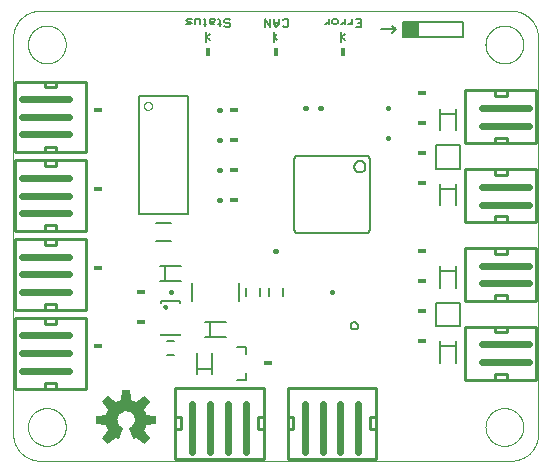
<source format=gto>
G75*
%MOIN*%
%OFA0B0*%
%FSLAX25Y25*%
%IPPOS*%
%LPD*%
%AMOC8*
5,1,8,0,0,1.08239X$1,22.5*
%
%ADD10C,0.00000*%
%ADD11C,0.00500*%
%ADD12R,0.02800X0.01600*%
%ADD13C,0.00600*%
%ADD14C,0.01600*%
%ADD15C,0.00800*%
%ADD16R,0.01600X0.02800*%
%ADD17C,0.01200*%
%ADD18C,0.01000*%
%ADD19C,0.02400*%
%ADD20C,0.00400*%
%ADD21C,0.00300*%
D10*
X0079000Y0097500D02*
X0236000Y0097500D01*
X0236217Y0097503D01*
X0236435Y0097511D01*
X0236652Y0097524D01*
X0236869Y0097542D01*
X0237085Y0097566D01*
X0237300Y0097594D01*
X0237515Y0097628D01*
X0237729Y0097668D01*
X0237942Y0097712D01*
X0238154Y0097762D01*
X0238364Y0097816D01*
X0238574Y0097876D01*
X0238781Y0097940D01*
X0238987Y0098010D01*
X0239191Y0098085D01*
X0239394Y0098164D01*
X0239594Y0098249D01*
X0239793Y0098338D01*
X0239989Y0098432D01*
X0240183Y0098531D01*
X0240374Y0098634D01*
X0240563Y0098742D01*
X0240749Y0098855D01*
X0240932Y0098972D01*
X0241113Y0099093D01*
X0241290Y0099219D01*
X0241464Y0099349D01*
X0241636Y0099483D01*
X0241804Y0099621D01*
X0241968Y0099763D01*
X0242129Y0099910D01*
X0242287Y0100060D01*
X0242440Y0100213D01*
X0242590Y0100371D01*
X0242737Y0100532D01*
X0242879Y0100696D01*
X0243017Y0100864D01*
X0243151Y0101036D01*
X0243281Y0101210D01*
X0243407Y0101387D01*
X0243528Y0101568D01*
X0243645Y0101751D01*
X0243758Y0101937D01*
X0243866Y0102126D01*
X0243969Y0102317D01*
X0244068Y0102511D01*
X0244162Y0102707D01*
X0244251Y0102906D01*
X0244336Y0103106D01*
X0244415Y0103309D01*
X0244490Y0103513D01*
X0244560Y0103719D01*
X0244624Y0103926D01*
X0244684Y0104136D01*
X0244738Y0104346D01*
X0244788Y0104558D01*
X0244832Y0104771D01*
X0244872Y0104985D01*
X0244906Y0105200D01*
X0244934Y0105415D01*
X0244958Y0105631D01*
X0244976Y0105848D01*
X0244989Y0106065D01*
X0244997Y0106283D01*
X0245000Y0106500D01*
X0245000Y0238500D01*
X0244997Y0238717D01*
X0244989Y0238935D01*
X0244976Y0239152D01*
X0244958Y0239369D01*
X0244934Y0239585D01*
X0244906Y0239800D01*
X0244872Y0240015D01*
X0244832Y0240229D01*
X0244788Y0240442D01*
X0244738Y0240654D01*
X0244684Y0240864D01*
X0244624Y0241074D01*
X0244560Y0241281D01*
X0244490Y0241487D01*
X0244415Y0241691D01*
X0244336Y0241894D01*
X0244251Y0242094D01*
X0244162Y0242293D01*
X0244068Y0242489D01*
X0243969Y0242683D01*
X0243866Y0242874D01*
X0243758Y0243063D01*
X0243645Y0243249D01*
X0243528Y0243432D01*
X0243407Y0243613D01*
X0243281Y0243790D01*
X0243151Y0243964D01*
X0243017Y0244136D01*
X0242879Y0244304D01*
X0242737Y0244468D01*
X0242590Y0244629D01*
X0242440Y0244787D01*
X0242287Y0244940D01*
X0242129Y0245090D01*
X0241968Y0245237D01*
X0241804Y0245379D01*
X0241636Y0245517D01*
X0241464Y0245651D01*
X0241290Y0245781D01*
X0241113Y0245907D01*
X0240932Y0246028D01*
X0240749Y0246145D01*
X0240563Y0246258D01*
X0240374Y0246366D01*
X0240183Y0246469D01*
X0239989Y0246568D01*
X0239793Y0246662D01*
X0239594Y0246751D01*
X0239394Y0246836D01*
X0239191Y0246915D01*
X0238987Y0246990D01*
X0238781Y0247060D01*
X0238574Y0247124D01*
X0238364Y0247184D01*
X0238154Y0247238D01*
X0237942Y0247288D01*
X0237729Y0247332D01*
X0237515Y0247372D01*
X0237300Y0247406D01*
X0237085Y0247434D01*
X0236869Y0247458D01*
X0236652Y0247476D01*
X0236435Y0247489D01*
X0236217Y0247497D01*
X0236000Y0247500D01*
X0079000Y0247500D01*
X0078783Y0247497D01*
X0078565Y0247489D01*
X0078348Y0247476D01*
X0078131Y0247458D01*
X0077915Y0247434D01*
X0077700Y0247406D01*
X0077485Y0247372D01*
X0077271Y0247332D01*
X0077058Y0247288D01*
X0076846Y0247238D01*
X0076636Y0247184D01*
X0076426Y0247124D01*
X0076219Y0247060D01*
X0076013Y0246990D01*
X0075809Y0246915D01*
X0075606Y0246836D01*
X0075406Y0246751D01*
X0075207Y0246662D01*
X0075011Y0246568D01*
X0074817Y0246469D01*
X0074626Y0246366D01*
X0074437Y0246258D01*
X0074251Y0246145D01*
X0074068Y0246028D01*
X0073887Y0245907D01*
X0073710Y0245781D01*
X0073536Y0245651D01*
X0073364Y0245517D01*
X0073196Y0245379D01*
X0073032Y0245237D01*
X0072871Y0245090D01*
X0072713Y0244940D01*
X0072560Y0244787D01*
X0072410Y0244629D01*
X0072263Y0244468D01*
X0072121Y0244304D01*
X0071983Y0244136D01*
X0071849Y0243964D01*
X0071719Y0243790D01*
X0071593Y0243613D01*
X0071472Y0243432D01*
X0071355Y0243249D01*
X0071242Y0243063D01*
X0071134Y0242874D01*
X0071031Y0242683D01*
X0070932Y0242489D01*
X0070838Y0242293D01*
X0070749Y0242094D01*
X0070664Y0241894D01*
X0070585Y0241691D01*
X0070510Y0241487D01*
X0070440Y0241281D01*
X0070376Y0241074D01*
X0070316Y0240864D01*
X0070262Y0240654D01*
X0070212Y0240442D01*
X0070168Y0240229D01*
X0070128Y0240015D01*
X0070094Y0239800D01*
X0070066Y0239585D01*
X0070042Y0239369D01*
X0070024Y0239152D01*
X0070011Y0238935D01*
X0070003Y0238717D01*
X0070000Y0238500D01*
X0070000Y0106500D01*
X0070003Y0106283D01*
X0070011Y0106065D01*
X0070024Y0105848D01*
X0070042Y0105631D01*
X0070066Y0105415D01*
X0070094Y0105200D01*
X0070128Y0104985D01*
X0070168Y0104771D01*
X0070212Y0104558D01*
X0070262Y0104346D01*
X0070316Y0104136D01*
X0070376Y0103926D01*
X0070440Y0103719D01*
X0070510Y0103513D01*
X0070585Y0103309D01*
X0070664Y0103106D01*
X0070749Y0102906D01*
X0070838Y0102707D01*
X0070932Y0102511D01*
X0071031Y0102317D01*
X0071134Y0102126D01*
X0071242Y0101937D01*
X0071355Y0101751D01*
X0071472Y0101568D01*
X0071593Y0101387D01*
X0071719Y0101210D01*
X0071849Y0101036D01*
X0071983Y0100864D01*
X0072121Y0100696D01*
X0072263Y0100532D01*
X0072410Y0100371D01*
X0072560Y0100213D01*
X0072713Y0100060D01*
X0072871Y0099910D01*
X0073032Y0099763D01*
X0073196Y0099621D01*
X0073364Y0099483D01*
X0073536Y0099349D01*
X0073710Y0099219D01*
X0073887Y0099093D01*
X0074068Y0098972D01*
X0074251Y0098855D01*
X0074437Y0098742D01*
X0074626Y0098634D01*
X0074817Y0098531D01*
X0075011Y0098432D01*
X0075207Y0098338D01*
X0075406Y0098249D01*
X0075606Y0098164D01*
X0075809Y0098085D01*
X0076013Y0098010D01*
X0076219Y0097940D01*
X0076426Y0097876D01*
X0076636Y0097816D01*
X0076846Y0097762D01*
X0077058Y0097712D01*
X0077271Y0097668D01*
X0077485Y0097628D01*
X0077700Y0097594D01*
X0077915Y0097566D01*
X0078131Y0097542D01*
X0078348Y0097524D01*
X0078565Y0097511D01*
X0078783Y0097503D01*
X0079000Y0097500D01*
X0074951Y0108750D02*
X0074953Y0108908D01*
X0074959Y0109066D01*
X0074969Y0109224D01*
X0074983Y0109382D01*
X0075001Y0109539D01*
X0075022Y0109696D01*
X0075048Y0109852D01*
X0075078Y0110008D01*
X0075111Y0110163D01*
X0075149Y0110316D01*
X0075190Y0110469D01*
X0075235Y0110621D01*
X0075284Y0110772D01*
X0075337Y0110921D01*
X0075393Y0111069D01*
X0075453Y0111215D01*
X0075517Y0111360D01*
X0075585Y0111503D01*
X0075656Y0111645D01*
X0075730Y0111785D01*
X0075808Y0111922D01*
X0075890Y0112058D01*
X0075974Y0112192D01*
X0076063Y0112323D01*
X0076154Y0112452D01*
X0076249Y0112579D01*
X0076346Y0112704D01*
X0076447Y0112826D01*
X0076551Y0112945D01*
X0076658Y0113062D01*
X0076768Y0113176D01*
X0076881Y0113287D01*
X0076996Y0113396D01*
X0077114Y0113501D01*
X0077235Y0113603D01*
X0077358Y0113703D01*
X0077484Y0113799D01*
X0077612Y0113892D01*
X0077742Y0113982D01*
X0077875Y0114068D01*
X0078010Y0114152D01*
X0078146Y0114231D01*
X0078285Y0114308D01*
X0078426Y0114380D01*
X0078568Y0114450D01*
X0078712Y0114515D01*
X0078858Y0114577D01*
X0079005Y0114635D01*
X0079154Y0114690D01*
X0079304Y0114741D01*
X0079455Y0114788D01*
X0079607Y0114831D01*
X0079760Y0114870D01*
X0079915Y0114906D01*
X0080070Y0114937D01*
X0080226Y0114965D01*
X0080382Y0114989D01*
X0080539Y0115009D01*
X0080697Y0115025D01*
X0080854Y0115037D01*
X0081013Y0115045D01*
X0081171Y0115049D01*
X0081329Y0115049D01*
X0081487Y0115045D01*
X0081646Y0115037D01*
X0081803Y0115025D01*
X0081961Y0115009D01*
X0082118Y0114989D01*
X0082274Y0114965D01*
X0082430Y0114937D01*
X0082585Y0114906D01*
X0082740Y0114870D01*
X0082893Y0114831D01*
X0083045Y0114788D01*
X0083196Y0114741D01*
X0083346Y0114690D01*
X0083495Y0114635D01*
X0083642Y0114577D01*
X0083788Y0114515D01*
X0083932Y0114450D01*
X0084074Y0114380D01*
X0084215Y0114308D01*
X0084354Y0114231D01*
X0084490Y0114152D01*
X0084625Y0114068D01*
X0084758Y0113982D01*
X0084888Y0113892D01*
X0085016Y0113799D01*
X0085142Y0113703D01*
X0085265Y0113603D01*
X0085386Y0113501D01*
X0085504Y0113396D01*
X0085619Y0113287D01*
X0085732Y0113176D01*
X0085842Y0113062D01*
X0085949Y0112945D01*
X0086053Y0112826D01*
X0086154Y0112704D01*
X0086251Y0112579D01*
X0086346Y0112452D01*
X0086437Y0112323D01*
X0086526Y0112192D01*
X0086610Y0112058D01*
X0086692Y0111922D01*
X0086770Y0111785D01*
X0086844Y0111645D01*
X0086915Y0111503D01*
X0086983Y0111360D01*
X0087047Y0111215D01*
X0087107Y0111069D01*
X0087163Y0110921D01*
X0087216Y0110772D01*
X0087265Y0110621D01*
X0087310Y0110469D01*
X0087351Y0110316D01*
X0087389Y0110163D01*
X0087422Y0110008D01*
X0087452Y0109852D01*
X0087478Y0109696D01*
X0087499Y0109539D01*
X0087517Y0109382D01*
X0087531Y0109224D01*
X0087541Y0109066D01*
X0087547Y0108908D01*
X0087549Y0108750D01*
X0087547Y0108592D01*
X0087541Y0108434D01*
X0087531Y0108276D01*
X0087517Y0108118D01*
X0087499Y0107961D01*
X0087478Y0107804D01*
X0087452Y0107648D01*
X0087422Y0107492D01*
X0087389Y0107337D01*
X0087351Y0107184D01*
X0087310Y0107031D01*
X0087265Y0106879D01*
X0087216Y0106728D01*
X0087163Y0106579D01*
X0087107Y0106431D01*
X0087047Y0106285D01*
X0086983Y0106140D01*
X0086915Y0105997D01*
X0086844Y0105855D01*
X0086770Y0105715D01*
X0086692Y0105578D01*
X0086610Y0105442D01*
X0086526Y0105308D01*
X0086437Y0105177D01*
X0086346Y0105048D01*
X0086251Y0104921D01*
X0086154Y0104796D01*
X0086053Y0104674D01*
X0085949Y0104555D01*
X0085842Y0104438D01*
X0085732Y0104324D01*
X0085619Y0104213D01*
X0085504Y0104104D01*
X0085386Y0103999D01*
X0085265Y0103897D01*
X0085142Y0103797D01*
X0085016Y0103701D01*
X0084888Y0103608D01*
X0084758Y0103518D01*
X0084625Y0103432D01*
X0084490Y0103348D01*
X0084354Y0103269D01*
X0084215Y0103192D01*
X0084074Y0103120D01*
X0083932Y0103050D01*
X0083788Y0102985D01*
X0083642Y0102923D01*
X0083495Y0102865D01*
X0083346Y0102810D01*
X0083196Y0102759D01*
X0083045Y0102712D01*
X0082893Y0102669D01*
X0082740Y0102630D01*
X0082585Y0102594D01*
X0082430Y0102563D01*
X0082274Y0102535D01*
X0082118Y0102511D01*
X0081961Y0102491D01*
X0081803Y0102475D01*
X0081646Y0102463D01*
X0081487Y0102455D01*
X0081329Y0102451D01*
X0081171Y0102451D01*
X0081013Y0102455D01*
X0080854Y0102463D01*
X0080697Y0102475D01*
X0080539Y0102491D01*
X0080382Y0102511D01*
X0080226Y0102535D01*
X0080070Y0102563D01*
X0079915Y0102594D01*
X0079760Y0102630D01*
X0079607Y0102669D01*
X0079455Y0102712D01*
X0079304Y0102759D01*
X0079154Y0102810D01*
X0079005Y0102865D01*
X0078858Y0102923D01*
X0078712Y0102985D01*
X0078568Y0103050D01*
X0078426Y0103120D01*
X0078285Y0103192D01*
X0078146Y0103269D01*
X0078010Y0103348D01*
X0077875Y0103432D01*
X0077742Y0103518D01*
X0077612Y0103608D01*
X0077484Y0103701D01*
X0077358Y0103797D01*
X0077235Y0103897D01*
X0077114Y0103999D01*
X0076996Y0104104D01*
X0076881Y0104213D01*
X0076768Y0104324D01*
X0076658Y0104438D01*
X0076551Y0104555D01*
X0076447Y0104674D01*
X0076346Y0104796D01*
X0076249Y0104921D01*
X0076154Y0105048D01*
X0076063Y0105177D01*
X0075974Y0105308D01*
X0075890Y0105442D01*
X0075808Y0105578D01*
X0075730Y0105715D01*
X0075656Y0105855D01*
X0075585Y0105997D01*
X0075517Y0106140D01*
X0075453Y0106285D01*
X0075393Y0106431D01*
X0075337Y0106579D01*
X0075284Y0106728D01*
X0075235Y0106879D01*
X0075190Y0107031D01*
X0075149Y0107184D01*
X0075111Y0107337D01*
X0075078Y0107492D01*
X0075048Y0107648D01*
X0075022Y0107804D01*
X0075001Y0107961D01*
X0074983Y0108118D01*
X0074969Y0108276D01*
X0074959Y0108434D01*
X0074953Y0108592D01*
X0074951Y0108750D01*
X0074951Y0236250D02*
X0074953Y0236408D01*
X0074959Y0236566D01*
X0074969Y0236724D01*
X0074983Y0236882D01*
X0075001Y0237039D01*
X0075022Y0237196D01*
X0075048Y0237352D01*
X0075078Y0237508D01*
X0075111Y0237663D01*
X0075149Y0237816D01*
X0075190Y0237969D01*
X0075235Y0238121D01*
X0075284Y0238272D01*
X0075337Y0238421D01*
X0075393Y0238569D01*
X0075453Y0238715D01*
X0075517Y0238860D01*
X0075585Y0239003D01*
X0075656Y0239145D01*
X0075730Y0239285D01*
X0075808Y0239422D01*
X0075890Y0239558D01*
X0075974Y0239692D01*
X0076063Y0239823D01*
X0076154Y0239952D01*
X0076249Y0240079D01*
X0076346Y0240204D01*
X0076447Y0240326D01*
X0076551Y0240445D01*
X0076658Y0240562D01*
X0076768Y0240676D01*
X0076881Y0240787D01*
X0076996Y0240896D01*
X0077114Y0241001D01*
X0077235Y0241103D01*
X0077358Y0241203D01*
X0077484Y0241299D01*
X0077612Y0241392D01*
X0077742Y0241482D01*
X0077875Y0241568D01*
X0078010Y0241652D01*
X0078146Y0241731D01*
X0078285Y0241808D01*
X0078426Y0241880D01*
X0078568Y0241950D01*
X0078712Y0242015D01*
X0078858Y0242077D01*
X0079005Y0242135D01*
X0079154Y0242190D01*
X0079304Y0242241D01*
X0079455Y0242288D01*
X0079607Y0242331D01*
X0079760Y0242370D01*
X0079915Y0242406D01*
X0080070Y0242437D01*
X0080226Y0242465D01*
X0080382Y0242489D01*
X0080539Y0242509D01*
X0080697Y0242525D01*
X0080854Y0242537D01*
X0081013Y0242545D01*
X0081171Y0242549D01*
X0081329Y0242549D01*
X0081487Y0242545D01*
X0081646Y0242537D01*
X0081803Y0242525D01*
X0081961Y0242509D01*
X0082118Y0242489D01*
X0082274Y0242465D01*
X0082430Y0242437D01*
X0082585Y0242406D01*
X0082740Y0242370D01*
X0082893Y0242331D01*
X0083045Y0242288D01*
X0083196Y0242241D01*
X0083346Y0242190D01*
X0083495Y0242135D01*
X0083642Y0242077D01*
X0083788Y0242015D01*
X0083932Y0241950D01*
X0084074Y0241880D01*
X0084215Y0241808D01*
X0084354Y0241731D01*
X0084490Y0241652D01*
X0084625Y0241568D01*
X0084758Y0241482D01*
X0084888Y0241392D01*
X0085016Y0241299D01*
X0085142Y0241203D01*
X0085265Y0241103D01*
X0085386Y0241001D01*
X0085504Y0240896D01*
X0085619Y0240787D01*
X0085732Y0240676D01*
X0085842Y0240562D01*
X0085949Y0240445D01*
X0086053Y0240326D01*
X0086154Y0240204D01*
X0086251Y0240079D01*
X0086346Y0239952D01*
X0086437Y0239823D01*
X0086526Y0239692D01*
X0086610Y0239558D01*
X0086692Y0239422D01*
X0086770Y0239285D01*
X0086844Y0239145D01*
X0086915Y0239003D01*
X0086983Y0238860D01*
X0087047Y0238715D01*
X0087107Y0238569D01*
X0087163Y0238421D01*
X0087216Y0238272D01*
X0087265Y0238121D01*
X0087310Y0237969D01*
X0087351Y0237816D01*
X0087389Y0237663D01*
X0087422Y0237508D01*
X0087452Y0237352D01*
X0087478Y0237196D01*
X0087499Y0237039D01*
X0087517Y0236882D01*
X0087531Y0236724D01*
X0087541Y0236566D01*
X0087547Y0236408D01*
X0087549Y0236250D01*
X0087547Y0236092D01*
X0087541Y0235934D01*
X0087531Y0235776D01*
X0087517Y0235618D01*
X0087499Y0235461D01*
X0087478Y0235304D01*
X0087452Y0235148D01*
X0087422Y0234992D01*
X0087389Y0234837D01*
X0087351Y0234684D01*
X0087310Y0234531D01*
X0087265Y0234379D01*
X0087216Y0234228D01*
X0087163Y0234079D01*
X0087107Y0233931D01*
X0087047Y0233785D01*
X0086983Y0233640D01*
X0086915Y0233497D01*
X0086844Y0233355D01*
X0086770Y0233215D01*
X0086692Y0233078D01*
X0086610Y0232942D01*
X0086526Y0232808D01*
X0086437Y0232677D01*
X0086346Y0232548D01*
X0086251Y0232421D01*
X0086154Y0232296D01*
X0086053Y0232174D01*
X0085949Y0232055D01*
X0085842Y0231938D01*
X0085732Y0231824D01*
X0085619Y0231713D01*
X0085504Y0231604D01*
X0085386Y0231499D01*
X0085265Y0231397D01*
X0085142Y0231297D01*
X0085016Y0231201D01*
X0084888Y0231108D01*
X0084758Y0231018D01*
X0084625Y0230932D01*
X0084490Y0230848D01*
X0084354Y0230769D01*
X0084215Y0230692D01*
X0084074Y0230620D01*
X0083932Y0230550D01*
X0083788Y0230485D01*
X0083642Y0230423D01*
X0083495Y0230365D01*
X0083346Y0230310D01*
X0083196Y0230259D01*
X0083045Y0230212D01*
X0082893Y0230169D01*
X0082740Y0230130D01*
X0082585Y0230094D01*
X0082430Y0230063D01*
X0082274Y0230035D01*
X0082118Y0230011D01*
X0081961Y0229991D01*
X0081803Y0229975D01*
X0081646Y0229963D01*
X0081487Y0229955D01*
X0081329Y0229951D01*
X0081171Y0229951D01*
X0081013Y0229955D01*
X0080854Y0229963D01*
X0080697Y0229975D01*
X0080539Y0229991D01*
X0080382Y0230011D01*
X0080226Y0230035D01*
X0080070Y0230063D01*
X0079915Y0230094D01*
X0079760Y0230130D01*
X0079607Y0230169D01*
X0079455Y0230212D01*
X0079304Y0230259D01*
X0079154Y0230310D01*
X0079005Y0230365D01*
X0078858Y0230423D01*
X0078712Y0230485D01*
X0078568Y0230550D01*
X0078426Y0230620D01*
X0078285Y0230692D01*
X0078146Y0230769D01*
X0078010Y0230848D01*
X0077875Y0230932D01*
X0077742Y0231018D01*
X0077612Y0231108D01*
X0077484Y0231201D01*
X0077358Y0231297D01*
X0077235Y0231397D01*
X0077114Y0231499D01*
X0076996Y0231604D01*
X0076881Y0231713D01*
X0076768Y0231824D01*
X0076658Y0231938D01*
X0076551Y0232055D01*
X0076447Y0232174D01*
X0076346Y0232296D01*
X0076249Y0232421D01*
X0076154Y0232548D01*
X0076063Y0232677D01*
X0075974Y0232808D01*
X0075890Y0232942D01*
X0075808Y0233078D01*
X0075730Y0233215D01*
X0075656Y0233355D01*
X0075585Y0233497D01*
X0075517Y0233640D01*
X0075453Y0233785D01*
X0075393Y0233931D01*
X0075337Y0234079D01*
X0075284Y0234228D01*
X0075235Y0234379D01*
X0075190Y0234531D01*
X0075149Y0234684D01*
X0075111Y0234837D01*
X0075078Y0234992D01*
X0075048Y0235148D01*
X0075022Y0235304D01*
X0075001Y0235461D01*
X0074983Y0235618D01*
X0074969Y0235776D01*
X0074959Y0235934D01*
X0074953Y0236092D01*
X0074951Y0236250D01*
X0227451Y0236250D02*
X0227453Y0236408D01*
X0227459Y0236566D01*
X0227469Y0236724D01*
X0227483Y0236882D01*
X0227501Y0237039D01*
X0227522Y0237196D01*
X0227548Y0237352D01*
X0227578Y0237508D01*
X0227611Y0237663D01*
X0227649Y0237816D01*
X0227690Y0237969D01*
X0227735Y0238121D01*
X0227784Y0238272D01*
X0227837Y0238421D01*
X0227893Y0238569D01*
X0227953Y0238715D01*
X0228017Y0238860D01*
X0228085Y0239003D01*
X0228156Y0239145D01*
X0228230Y0239285D01*
X0228308Y0239422D01*
X0228390Y0239558D01*
X0228474Y0239692D01*
X0228563Y0239823D01*
X0228654Y0239952D01*
X0228749Y0240079D01*
X0228846Y0240204D01*
X0228947Y0240326D01*
X0229051Y0240445D01*
X0229158Y0240562D01*
X0229268Y0240676D01*
X0229381Y0240787D01*
X0229496Y0240896D01*
X0229614Y0241001D01*
X0229735Y0241103D01*
X0229858Y0241203D01*
X0229984Y0241299D01*
X0230112Y0241392D01*
X0230242Y0241482D01*
X0230375Y0241568D01*
X0230510Y0241652D01*
X0230646Y0241731D01*
X0230785Y0241808D01*
X0230926Y0241880D01*
X0231068Y0241950D01*
X0231212Y0242015D01*
X0231358Y0242077D01*
X0231505Y0242135D01*
X0231654Y0242190D01*
X0231804Y0242241D01*
X0231955Y0242288D01*
X0232107Y0242331D01*
X0232260Y0242370D01*
X0232415Y0242406D01*
X0232570Y0242437D01*
X0232726Y0242465D01*
X0232882Y0242489D01*
X0233039Y0242509D01*
X0233197Y0242525D01*
X0233354Y0242537D01*
X0233513Y0242545D01*
X0233671Y0242549D01*
X0233829Y0242549D01*
X0233987Y0242545D01*
X0234146Y0242537D01*
X0234303Y0242525D01*
X0234461Y0242509D01*
X0234618Y0242489D01*
X0234774Y0242465D01*
X0234930Y0242437D01*
X0235085Y0242406D01*
X0235240Y0242370D01*
X0235393Y0242331D01*
X0235545Y0242288D01*
X0235696Y0242241D01*
X0235846Y0242190D01*
X0235995Y0242135D01*
X0236142Y0242077D01*
X0236288Y0242015D01*
X0236432Y0241950D01*
X0236574Y0241880D01*
X0236715Y0241808D01*
X0236854Y0241731D01*
X0236990Y0241652D01*
X0237125Y0241568D01*
X0237258Y0241482D01*
X0237388Y0241392D01*
X0237516Y0241299D01*
X0237642Y0241203D01*
X0237765Y0241103D01*
X0237886Y0241001D01*
X0238004Y0240896D01*
X0238119Y0240787D01*
X0238232Y0240676D01*
X0238342Y0240562D01*
X0238449Y0240445D01*
X0238553Y0240326D01*
X0238654Y0240204D01*
X0238751Y0240079D01*
X0238846Y0239952D01*
X0238937Y0239823D01*
X0239026Y0239692D01*
X0239110Y0239558D01*
X0239192Y0239422D01*
X0239270Y0239285D01*
X0239344Y0239145D01*
X0239415Y0239003D01*
X0239483Y0238860D01*
X0239547Y0238715D01*
X0239607Y0238569D01*
X0239663Y0238421D01*
X0239716Y0238272D01*
X0239765Y0238121D01*
X0239810Y0237969D01*
X0239851Y0237816D01*
X0239889Y0237663D01*
X0239922Y0237508D01*
X0239952Y0237352D01*
X0239978Y0237196D01*
X0239999Y0237039D01*
X0240017Y0236882D01*
X0240031Y0236724D01*
X0240041Y0236566D01*
X0240047Y0236408D01*
X0240049Y0236250D01*
X0240047Y0236092D01*
X0240041Y0235934D01*
X0240031Y0235776D01*
X0240017Y0235618D01*
X0239999Y0235461D01*
X0239978Y0235304D01*
X0239952Y0235148D01*
X0239922Y0234992D01*
X0239889Y0234837D01*
X0239851Y0234684D01*
X0239810Y0234531D01*
X0239765Y0234379D01*
X0239716Y0234228D01*
X0239663Y0234079D01*
X0239607Y0233931D01*
X0239547Y0233785D01*
X0239483Y0233640D01*
X0239415Y0233497D01*
X0239344Y0233355D01*
X0239270Y0233215D01*
X0239192Y0233078D01*
X0239110Y0232942D01*
X0239026Y0232808D01*
X0238937Y0232677D01*
X0238846Y0232548D01*
X0238751Y0232421D01*
X0238654Y0232296D01*
X0238553Y0232174D01*
X0238449Y0232055D01*
X0238342Y0231938D01*
X0238232Y0231824D01*
X0238119Y0231713D01*
X0238004Y0231604D01*
X0237886Y0231499D01*
X0237765Y0231397D01*
X0237642Y0231297D01*
X0237516Y0231201D01*
X0237388Y0231108D01*
X0237258Y0231018D01*
X0237125Y0230932D01*
X0236990Y0230848D01*
X0236854Y0230769D01*
X0236715Y0230692D01*
X0236574Y0230620D01*
X0236432Y0230550D01*
X0236288Y0230485D01*
X0236142Y0230423D01*
X0235995Y0230365D01*
X0235846Y0230310D01*
X0235696Y0230259D01*
X0235545Y0230212D01*
X0235393Y0230169D01*
X0235240Y0230130D01*
X0235085Y0230094D01*
X0234930Y0230063D01*
X0234774Y0230035D01*
X0234618Y0230011D01*
X0234461Y0229991D01*
X0234303Y0229975D01*
X0234146Y0229963D01*
X0233987Y0229955D01*
X0233829Y0229951D01*
X0233671Y0229951D01*
X0233513Y0229955D01*
X0233354Y0229963D01*
X0233197Y0229975D01*
X0233039Y0229991D01*
X0232882Y0230011D01*
X0232726Y0230035D01*
X0232570Y0230063D01*
X0232415Y0230094D01*
X0232260Y0230130D01*
X0232107Y0230169D01*
X0231955Y0230212D01*
X0231804Y0230259D01*
X0231654Y0230310D01*
X0231505Y0230365D01*
X0231358Y0230423D01*
X0231212Y0230485D01*
X0231068Y0230550D01*
X0230926Y0230620D01*
X0230785Y0230692D01*
X0230646Y0230769D01*
X0230510Y0230848D01*
X0230375Y0230932D01*
X0230242Y0231018D01*
X0230112Y0231108D01*
X0229984Y0231201D01*
X0229858Y0231297D01*
X0229735Y0231397D01*
X0229614Y0231499D01*
X0229496Y0231604D01*
X0229381Y0231713D01*
X0229268Y0231824D01*
X0229158Y0231938D01*
X0229051Y0232055D01*
X0228947Y0232174D01*
X0228846Y0232296D01*
X0228749Y0232421D01*
X0228654Y0232548D01*
X0228563Y0232677D01*
X0228474Y0232808D01*
X0228390Y0232942D01*
X0228308Y0233078D01*
X0228230Y0233215D01*
X0228156Y0233355D01*
X0228085Y0233497D01*
X0228017Y0233640D01*
X0227953Y0233785D01*
X0227893Y0233931D01*
X0227837Y0234079D01*
X0227784Y0234228D01*
X0227735Y0234379D01*
X0227690Y0234531D01*
X0227649Y0234684D01*
X0227611Y0234837D01*
X0227578Y0234992D01*
X0227548Y0235148D01*
X0227522Y0235304D01*
X0227501Y0235461D01*
X0227483Y0235618D01*
X0227469Y0235776D01*
X0227459Y0235934D01*
X0227453Y0236092D01*
X0227451Y0236250D01*
X0227451Y0108750D02*
X0227453Y0108908D01*
X0227459Y0109066D01*
X0227469Y0109224D01*
X0227483Y0109382D01*
X0227501Y0109539D01*
X0227522Y0109696D01*
X0227548Y0109852D01*
X0227578Y0110008D01*
X0227611Y0110163D01*
X0227649Y0110316D01*
X0227690Y0110469D01*
X0227735Y0110621D01*
X0227784Y0110772D01*
X0227837Y0110921D01*
X0227893Y0111069D01*
X0227953Y0111215D01*
X0228017Y0111360D01*
X0228085Y0111503D01*
X0228156Y0111645D01*
X0228230Y0111785D01*
X0228308Y0111922D01*
X0228390Y0112058D01*
X0228474Y0112192D01*
X0228563Y0112323D01*
X0228654Y0112452D01*
X0228749Y0112579D01*
X0228846Y0112704D01*
X0228947Y0112826D01*
X0229051Y0112945D01*
X0229158Y0113062D01*
X0229268Y0113176D01*
X0229381Y0113287D01*
X0229496Y0113396D01*
X0229614Y0113501D01*
X0229735Y0113603D01*
X0229858Y0113703D01*
X0229984Y0113799D01*
X0230112Y0113892D01*
X0230242Y0113982D01*
X0230375Y0114068D01*
X0230510Y0114152D01*
X0230646Y0114231D01*
X0230785Y0114308D01*
X0230926Y0114380D01*
X0231068Y0114450D01*
X0231212Y0114515D01*
X0231358Y0114577D01*
X0231505Y0114635D01*
X0231654Y0114690D01*
X0231804Y0114741D01*
X0231955Y0114788D01*
X0232107Y0114831D01*
X0232260Y0114870D01*
X0232415Y0114906D01*
X0232570Y0114937D01*
X0232726Y0114965D01*
X0232882Y0114989D01*
X0233039Y0115009D01*
X0233197Y0115025D01*
X0233354Y0115037D01*
X0233513Y0115045D01*
X0233671Y0115049D01*
X0233829Y0115049D01*
X0233987Y0115045D01*
X0234146Y0115037D01*
X0234303Y0115025D01*
X0234461Y0115009D01*
X0234618Y0114989D01*
X0234774Y0114965D01*
X0234930Y0114937D01*
X0235085Y0114906D01*
X0235240Y0114870D01*
X0235393Y0114831D01*
X0235545Y0114788D01*
X0235696Y0114741D01*
X0235846Y0114690D01*
X0235995Y0114635D01*
X0236142Y0114577D01*
X0236288Y0114515D01*
X0236432Y0114450D01*
X0236574Y0114380D01*
X0236715Y0114308D01*
X0236854Y0114231D01*
X0236990Y0114152D01*
X0237125Y0114068D01*
X0237258Y0113982D01*
X0237388Y0113892D01*
X0237516Y0113799D01*
X0237642Y0113703D01*
X0237765Y0113603D01*
X0237886Y0113501D01*
X0238004Y0113396D01*
X0238119Y0113287D01*
X0238232Y0113176D01*
X0238342Y0113062D01*
X0238449Y0112945D01*
X0238553Y0112826D01*
X0238654Y0112704D01*
X0238751Y0112579D01*
X0238846Y0112452D01*
X0238937Y0112323D01*
X0239026Y0112192D01*
X0239110Y0112058D01*
X0239192Y0111922D01*
X0239270Y0111785D01*
X0239344Y0111645D01*
X0239415Y0111503D01*
X0239483Y0111360D01*
X0239547Y0111215D01*
X0239607Y0111069D01*
X0239663Y0110921D01*
X0239716Y0110772D01*
X0239765Y0110621D01*
X0239810Y0110469D01*
X0239851Y0110316D01*
X0239889Y0110163D01*
X0239922Y0110008D01*
X0239952Y0109852D01*
X0239978Y0109696D01*
X0239999Y0109539D01*
X0240017Y0109382D01*
X0240031Y0109224D01*
X0240041Y0109066D01*
X0240047Y0108908D01*
X0240049Y0108750D01*
X0240047Y0108592D01*
X0240041Y0108434D01*
X0240031Y0108276D01*
X0240017Y0108118D01*
X0239999Y0107961D01*
X0239978Y0107804D01*
X0239952Y0107648D01*
X0239922Y0107492D01*
X0239889Y0107337D01*
X0239851Y0107184D01*
X0239810Y0107031D01*
X0239765Y0106879D01*
X0239716Y0106728D01*
X0239663Y0106579D01*
X0239607Y0106431D01*
X0239547Y0106285D01*
X0239483Y0106140D01*
X0239415Y0105997D01*
X0239344Y0105855D01*
X0239270Y0105715D01*
X0239192Y0105578D01*
X0239110Y0105442D01*
X0239026Y0105308D01*
X0238937Y0105177D01*
X0238846Y0105048D01*
X0238751Y0104921D01*
X0238654Y0104796D01*
X0238553Y0104674D01*
X0238449Y0104555D01*
X0238342Y0104438D01*
X0238232Y0104324D01*
X0238119Y0104213D01*
X0238004Y0104104D01*
X0237886Y0103999D01*
X0237765Y0103897D01*
X0237642Y0103797D01*
X0237516Y0103701D01*
X0237388Y0103608D01*
X0237258Y0103518D01*
X0237125Y0103432D01*
X0236990Y0103348D01*
X0236854Y0103269D01*
X0236715Y0103192D01*
X0236574Y0103120D01*
X0236432Y0103050D01*
X0236288Y0102985D01*
X0236142Y0102923D01*
X0235995Y0102865D01*
X0235846Y0102810D01*
X0235696Y0102759D01*
X0235545Y0102712D01*
X0235393Y0102669D01*
X0235240Y0102630D01*
X0235085Y0102594D01*
X0234930Y0102563D01*
X0234774Y0102535D01*
X0234618Y0102511D01*
X0234461Y0102491D01*
X0234303Y0102475D01*
X0234146Y0102463D01*
X0233987Y0102455D01*
X0233829Y0102451D01*
X0233671Y0102451D01*
X0233513Y0102455D01*
X0233354Y0102463D01*
X0233197Y0102475D01*
X0233039Y0102491D01*
X0232882Y0102511D01*
X0232726Y0102535D01*
X0232570Y0102563D01*
X0232415Y0102594D01*
X0232260Y0102630D01*
X0232107Y0102669D01*
X0231955Y0102712D01*
X0231804Y0102759D01*
X0231654Y0102810D01*
X0231505Y0102865D01*
X0231358Y0102923D01*
X0231212Y0102985D01*
X0231068Y0103050D01*
X0230926Y0103120D01*
X0230785Y0103192D01*
X0230646Y0103269D01*
X0230510Y0103348D01*
X0230375Y0103432D01*
X0230242Y0103518D01*
X0230112Y0103608D01*
X0229984Y0103701D01*
X0229858Y0103797D01*
X0229735Y0103897D01*
X0229614Y0103999D01*
X0229496Y0104104D01*
X0229381Y0104213D01*
X0229268Y0104324D01*
X0229158Y0104438D01*
X0229051Y0104555D01*
X0228947Y0104674D01*
X0228846Y0104796D01*
X0228749Y0104921D01*
X0228654Y0105048D01*
X0228563Y0105177D01*
X0228474Y0105308D01*
X0228390Y0105442D01*
X0228308Y0105578D01*
X0228230Y0105715D01*
X0228156Y0105855D01*
X0228085Y0105997D01*
X0228017Y0106140D01*
X0227953Y0106285D01*
X0227893Y0106431D01*
X0227837Y0106579D01*
X0227784Y0106728D01*
X0227735Y0106879D01*
X0227690Y0107031D01*
X0227649Y0107184D01*
X0227611Y0107337D01*
X0227578Y0107492D01*
X0227548Y0107648D01*
X0227522Y0107804D01*
X0227501Y0107961D01*
X0227483Y0108118D01*
X0227469Y0108276D01*
X0227459Y0108434D01*
X0227453Y0108592D01*
X0227451Y0108750D01*
D11*
X0218937Y0142313D02*
X0211063Y0142313D01*
X0211063Y0150187D01*
X0218937Y0150187D01*
X0218937Y0142313D01*
X0182500Y0142500D02*
X0182502Y0142570D01*
X0182508Y0142640D01*
X0182518Y0142709D01*
X0182531Y0142778D01*
X0182549Y0142846D01*
X0182570Y0142913D01*
X0182595Y0142978D01*
X0182624Y0143042D01*
X0182656Y0143105D01*
X0182692Y0143165D01*
X0182731Y0143223D01*
X0182773Y0143279D01*
X0182818Y0143333D01*
X0182866Y0143384D01*
X0182917Y0143432D01*
X0182971Y0143477D01*
X0183027Y0143519D01*
X0183085Y0143558D01*
X0183145Y0143594D01*
X0183208Y0143626D01*
X0183272Y0143655D01*
X0183337Y0143680D01*
X0183404Y0143701D01*
X0183472Y0143719D01*
X0183541Y0143732D01*
X0183610Y0143742D01*
X0183680Y0143748D01*
X0183750Y0143750D01*
X0183820Y0143748D01*
X0183890Y0143742D01*
X0183959Y0143732D01*
X0184028Y0143719D01*
X0184096Y0143701D01*
X0184163Y0143680D01*
X0184228Y0143655D01*
X0184292Y0143626D01*
X0184355Y0143594D01*
X0184415Y0143558D01*
X0184473Y0143519D01*
X0184529Y0143477D01*
X0184583Y0143432D01*
X0184634Y0143384D01*
X0184682Y0143333D01*
X0184727Y0143279D01*
X0184769Y0143223D01*
X0184808Y0143165D01*
X0184844Y0143105D01*
X0184876Y0143042D01*
X0184905Y0142978D01*
X0184930Y0142913D01*
X0184951Y0142846D01*
X0184969Y0142778D01*
X0184982Y0142709D01*
X0184992Y0142640D01*
X0184998Y0142570D01*
X0185000Y0142500D01*
X0184998Y0142430D01*
X0184992Y0142360D01*
X0184982Y0142291D01*
X0184969Y0142222D01*
X0184951Y0142154D01*
X0184930Y0142087D01*
X0184905Y0142022D01*
X0184876Y0141958D01*
X0184844Y0141895D01*
X0184808Y0141835D01*
X0184769Y0141777D01*
X0184727Y0141721D01*
X0184682Y0141667D01*
X0184634Y0141616D01*
X0184583Y0141568D01*
X0184529Y0141523D01*
X0184473Y0141481D01*
X0184415Y0141442D01*
X0184355Y0141406D01*
X0184292Y0141374D01*
X0184228Y0141345D01*
X0184163Y0141320D01*
X0184096Y0141299D01*
X0184028Y0141281D01*
X0183959Y0141268D01*
X0183890Y0141258D01*
X0183820Y0141252D01*
X0183750Y0141250D01*
X0183680Y0141252D01*
X0183610Y0141258D01*
X0183541Y0141268D01*
X0183472Y0141281D01*
X0183404Y0141299D01*
X0183337Y0141320D01*
X0183272Y0141345D01*
X0183208Y0141374D01*
X0183145Y0141406D01*
X0183085Y0141442D01*
X0183027Y0141481D01*
X0182971Y0141523D01*
X0182917Y0141568D01*
X0182866Y0141616D01*
X0182818Y0141667D01*
X0182773Y0141721D01*
X0182731Y0141777D01*
X0182692Y0141835D01*
X0182656Y0141895D01*
X0182624Y0141958D01*
X0182595Y0142022D01*
X0182570Y0142087D01*
X0182549Y0142154D01*
X0182531Y0142222D01*
X0182518Y0142291D01*
X0182508Y0142360D01*
X0182502Y0142430D01*
X0182500Y0142500D01*
X0211063Y0194813D02*
X0218937Y0194813D01*
X0218937Y0202687D01*
X0211063Y0202687D01*
X0211063Y0194813D01*
X0205000Y0238750D02*
X0200000Y0238750D01*
X0200000Y0243750D01*
X0205000Y0243750D01*
X0205000Y0238750D01*
X0205000Y0239077D02*
X0200000Y0239077D01*
X0200000Y0238750D02*
X0220000Y0238750D01*
X0220000Y0243750D01*
X0200000Y0243750D01*
X0200000Y0238750D01*
X0200000Y0239576D02*
X0205000Y0239576D01*
X0205000Y0240074D02*
X0200000Y0240074D01*
X0200000Y0240573D02*
X0205000Y0240573D01*
X0205000Y0241071D02*
X0200000Y0241071D01*
X0200000Y0241570D02*
X0205000Y0241570D01*
X0205000Y0242068D02*
X0200000Y0242068D01*
X0200000Y0242567D02*
X0205000Y0242567D01*
X0205000Y0243065D02*
X0200000Y0243065D01*
X0200000Y0243564D02*
X0205000Y0243564D01*
X0197500Y0241250D02*
X0196250Y0240000D01*
X0197500Y0241250D02*
X0196250Y0242500D01*
X0197500Y0241250D02*
X0192500Y0241250D01*
X0186000Y0242048D02*
X0186000Y0244750D01*
X0184198Y0244750D01*
X0183053Y0244750D02*
X0183053Y0242948D01*
X0182153Y0242948D02*
X0183053Y0243849D01*
X0182153Y0242948D02*
X0181702Y0242948D01*
X0180598Y0242948D02*
X0180598Y0244750D01*
X0180598Y0243849D02*
X0179697Y0242948D01*
X0179247Y0242948D01*
X0178143Y0243399D02*
X0178143Y0244300D01*
X0177692Y0244750D01*
X0176791Y0244750D01*
X0176341Y0244300D01*
X0176341Y0243399D01*
X0176791Y0242948D01*
X0177692Y0242948D01*
X0178143Y0243399D01*
X0175196Y0243849D02*
X0174295Y0242948D01*
X0173845Y0242948D01*
X0175196Y0242948D02*
X0175196Y0244750D01*
X0184198Y0242048D02*
X0186000Y0242048D01*
X0186000Y0243399D02*
X0185099Y0243399D01*
X0161625Y0244300D02*
X0161175Y0244750D01*
X0160274Y0244750D01*
X0159823Y0244300D01*
X0158678Y0244750D02*
X0158678Y0242948D01*
X0157778Y0242048D01*
X0156877Y0242948D01*
X0156877Y0244750D01*
X0155732Y0244750D02*
X0155732Y0242048D01*
X0153930Y0244750D01*
X0153930Y0242048D01*
X0156877Y0243399D02*
X0158678Y0243399D01*
X0159823Y0242498D02*
X0160274Y0242048D01*
X0161175Y0242048D01*
X0161625Y0242498D01*
X0161625Y0244300D01*
X0142250Y0244300D02*
X0141800Y0244750D01*
X0140899Y0244750D01*
X0140448Y0244300D01*
X0140448Y0243849D01*
X0140899Y0243399D01*
X0141800Y0243399D01*
X0142250Y0242948D01*
X0142250Y0242498D01*
X0141800Y0242048D01*
X0140899Y0242048D01*
X0140448Y0242498D01*
X0139303Y0242948D02*
X0138403Y0242948D01*
X0138853Y0242498D02*
X0138853Y0244300D01*
X0138403Y0244750D01*
X0137339Y0244300D02*
X0136889Y0243849D01*
X0135538Y0243849D01*
X0135538Y0243399D02*
X0135538Y0244750D01*
X0136889Y0244750D01*
X0137339Y0244300D01*
X0136889Y0242948D02*
X0135988Y0242948D01*
X0135538Y0243399D01*
X0134393Y0242948D02*
X0133492Y0242948D01*
X0133942Y0242498D02*
X0133942Y0244300D01*
X0133492Y0244750D01*
X0132428Y0244300D02*
X0131978Y0244750D01*
X0130627Y0244750D01*
X0130627Y0242948D01*
X0129482Y0243399D02*
X0129031Y0242948D01*
X0127680Y0242948D01*
X0128131Y0243849D02*
X0129031Y0243849D01*
X0129482Y0243399D01*
X0129482Y0244750D02*
X0128131Y0244750D01*
X0127680Y0244300D01*
X0128131Y0243849D01*
X0132428Y0244300D02*
X0132428Y0242948D01*
D12*
X0143750Y0214375D03*
X0143750Y0204375D03*
X0143750Y0194375D03*
X0143750Y0184375D03*
X0112500Y0153750D03*
X0112500Y0143750D03*
X0098125Y0135625D03*
X0098125Y0161875D03*
X0098125Y0188125D03*
X0098125Y0214375D03*
X0155000Y0130000D03*
X0206250Y0137500D03*
X0206250Y0147500D03*
X0206250Y0157500D03*
X0206250Y0167500D03*
X0206250Y0190000D03*
X0206250Y0200000D03*
X0206250Y0210000D03*
X0206250Y0220000D03*
D13*
X0188219Y0198986D02*
X0188986Y0198219D01*
X0188986Y0174281D01*
X0188219Y0173514D01*
X0164281Y0173514D01*
X0163514Y0174281D01*
X0163514Y0198219D01*
X0164281Y0198986D01*
X0188219Y0198986D01*
X0183711Y0195581D02*
X0183713Y0195667D01*
X0183719Y0195754D01*
X0183729Y0195839D01*
X0183743Y0195925D01*
X0183761Y0196009D01*
X0183782Y0196093D01*
X0183808Y0196175D01*
X0183837Y0196257D01*
X0183870Y0196336D01*
X0183907Y0196415D01*
X0183947Y0196491D01*
X0183991Y0196565D01*
X0184038Y0196638D01*
X0184089Y0196708D01*
X0184142Y0196776D01*
X0184199Y0196841D01*
X0184259Y0196903D01*
X0184321Y0196963D01*
X0184386Y0197020D01*
X0184454Y0197073D01*
X0184524Y0197124D01*
X0184597Y0197171D01*
X0184671Y0197215D01*
X0184747Y0197255D01*
X0184826Y0197292D01*
X0184905Y0197325D01*
X0184987Y0197354D01*
X0185069Y0197380D01*
X0185153Y0197401D01*
X0185237Y0197419D01*
X0185323Y0197433D01*
X0185408Y0197443D01*
X0185495Y0197449D01*
X0185581Y0197451D01*
X0185667Y0197449D01*
X0185754Y0197443D01*
X0185839Y0197433D01*
X0185925Y0197419D01*
X0186009Y0197401D01*
X0186093Y0197380D01*
X0186175Y0197354D01*
X0186257Y0197325D01*
X0186336Y0197292D01*
X0186415Y0197255D01*
X0186491Y0197215D01*
X0186565Y0197171D01*
X0186638Y0197124D01*
X0186708Y0197073D01*
X0186776Y0197020D01*
X0186841Y0196963D01*
X0186903Y0196903D01*
X0186963Y0196841D01*
X0187020Y0196776D01*
X0187073Y0196708D01*
X0187124Y0196638D01*
X0187171Y0196565D01*
X0187215Y0196491D01*
X0187255Y0196415D01*
X0187292Y0196336D01*
X0187325Y0196257D01*
X0187354Y0196175D01*
X0187380Y0196093D01*
X0187401Y0196009D01*
X0187419Y0195925D01*
X0187433Y0195839D01*
X0187443Y0195754D01*
X0187449Y0195667D01*
X0187451Y0195581D01*
X0187449Y0195495D01*
X0187443Y0195408D01*
X0187433Y0195323D01*
X0187419Y0195237D01*
X0187401Y0195153D01*
X0187380Y0195069D01*
X0187354Y0194987D01*
X0187325Y0194905D01*
X0187292Y0194826D01*
X0187255Y0194747D01*
X0187215Y0194671D01*
X0187171Y0194597D01*
X0187124Y0194524D01*
X0187073Y0194454D01*
X0187020Y0194386D01*
X0186963Y0194321D01*
X0186903Y0194259D01*
X0186841Y0194199D01*
X0186776Y0194142D01*
X0186708Y0194089D01*
X0186638Y0194038D01*
X0186565Y0193991D01*
X0186491Y0193947D01*
X0186415Y0193907D01*
X0186336Y0193870D01*
X0186257Y0193837D01*
X0186175Y0193808D01*
X0186093Y0193782D01*
X0186009Y0193761D01*
X0185925Y0193743D01*
X0185839Y0193729D01*
X0185754Y0193719D01*
X0185667Y0193713D01*
X0185581Y0193711D01*
X0185495Y0193713D01*
X0185408Y0193719D01*
X0185323Y0193729D01*
X0185237Y0193743D01*
X0185153Y0193761D01*
X0185069Y0193782D01*
X0184987Y0193808D01*
X0184905Y0193837D01*
X0184826Y0193870D01*
X0184747Y0193907D01*
X0184671Y0193947D01*
X0184597Y0193991D01*
X0184524Y0194038D01*
X0184454Y0194089D01*
X0184386Y0194142D01*
X0184321Y0194199D01*
X0184259Y0194259D01*
X0184199Y0194321D01*
X0184142Y0194386D01*
X0184089Y0194454D01*
X0184038Y0194524D01*
X0183991Y0194597D01*
X0183947Y0194671D01*
X0183907Y0194747D01*
X0183870Y0194826D01*
X0183837Y0194905D01*
X0183808Y0194987D01*
X0183782Y0195069D01*
X0183761Y0195153D01*
X0183743Y0195237D01*
X0183729Y0195323D01*
X0183719Y0195408D01*
X0183713Y0195495D01*
X0183711Y0195581D01*
X0145374Y0156750D02*
X0145374Y0150750D01*
X0147638Y0152569D02*
X0147638Y0154931D01*
X0152362Y0154931D02*
X0152362Y0152569D01*
X0155138Y0152569D02*
X0155138Y0154931D01*
X0159862Y0154931D02*
X0159862Y0152569D01*
X0129626Y0150750D02*
X0129626Y0156750D01*
X0123681Y0137362D02*
X0121319Y0137362D01*
X0121319Y0132638D02*
X0123681Y0132638D01*
D14*
X0122500Y0153630D02*
X0122500Y0153870D01*
X0138630Y0184375D02*
X0138870Y0184375D01*
X0138870Y0194375D02*
X0138630Y0194375D01*
X0138630Y0204375D02*
X0138870Y0204375D01*
X0138870Y0214375D02*
X0138630Y0214375D01*
X0167380Y0215000D02*
X0167620Y0215000D01*
X0172380Y0215000D02*
X0172620Y0215000D01*
X0194880Y0215000D02*
X0195120Y0215000D01*
X0195120Y0205000D02*
X0194880Y0205000D01*
X0157620Y0167500D02*
X0157380Y0167500D01*
X0176250Y0153870D02*
X0176250Y0153630D01*
D15*
X0147756Y0135512D02*
X0147756Y0133150D01*
X0147756Y0135512D02*
X0144606Y0135512D01*
X0141043Y0138691D02*
X0135531Y0138691D01*
X0135531Y0143809D01*
X0141043Y0143809D01*
X0135531Y0143809D02*
X0133957Y0143809D01*
X0133957Y0138691D02*
X0135531Y0138691D01*
X0136309Y0133543D02*
X0136309Y0128031D01*
X0131191Y0128031D01*
X0131191Y0133543D01*
X0131191Y0128031D02*
X0131191Y0126457D01*
X0136309Y0126457D02*
X0136309Y0128031D01*
X0144606Y0124488D02*
X0147756Y0124488D01*
X0147756Y0126850D01*
X0125691Y0139400D02*
X0125691Y0139773D01*
X0125691Y0139400D02*
X0119309Y0139400D01*
X0119309Y0139773D01*
X0119309Y0150227D02*
X0119309Y0150600D01*
X0125691Y0150600D01*
X0125691Y0150227D01*
X0126043Y0157441D02*
X0120531Y0157441D01*
X0120531Y0162559D01*
X0126043Y0162559D01*
X0120531Y0162559D02*
X0118957Y0162559D01*
X0118957Y0157441D02*
X0120531Y0157441D01*
X0122500Y0170750D02*
X0117500Y0170750D01*
X0117500Y0176750D02*
X0122500Y0176750D01*
X0128208Y0179775D02*
X0128208Y0218975D01*
X0111792Y0218975D01*
X0111792Y0179775D01*
X0128208Y0179775D01*
X0134331Y0236939D02*
X0134331Y0238750D01*
X0135551Y0239670D01*
X0134331Y0240561D02*
X0134331Y0238750D01*
X0134391Y0238650D02*
X0135551Y0237890D01*
X0156831Y0238750D02*
X0158051Y0239670D01*
X0156831Y0240561D02*
X0156831Y0238750D01*
X0156831Y0236939D01*
X0158051Y0237890D02*
X0156891Y0238650D01*
X0179331Y0238750D02*
X0180551Y0239670D01*
X0179331Y0240561D02*
X0179331Y0238750D01*
X0179331Y0236939D01*
X0180551Y0237890D02*
X0179391Y0238650D01*
X0212441Y0214793D02*
X0212441Y0213219D01*
X0217559Y0213219D01*
X0217559Y0207707D01*
X0212441Y0207707D02*
X0212441Y0213219D01*
X0217559Y0213219D02*
X0217559Y0214793D01*
X0217559Y0189793D02*
X0217559Y0188219D01*
X0212441Y0188219D01*
X0212441Y0182707D01*
X0217559Y0182707D02*
X0217559Y0188219D01*
X0212441Y0188219D02*
X0212441Y0189793D01*
X0212441Y0162293D02*
X0212441Y0160719D01*
X0217559Y0160719D01*
X0217559Y0155207D01*
X0212441Y0155207D02*
X0212441Y0160719D01*
X0217559Y0160719D02*
X0217559Y0162293D01*
X0217559Y0137293D02*
X0217559Y0135719D01*
X0212441Y0135719D01*
X0212441Y0130207D01*
X0217559Y0130207D02*
X0217559Y0135719D01*
X0212441Y0135719D02*
X0212441Y0137293D01*
D16*
X0180000Y0233750D03*
X0157500Y0233750D03*
X0135000Y0233750D03*
D17*
X0120709Y0148700D02*
X0120711Y0148723D01*
X0120717Y0148746D01*
X0120726Y0148767D01*
X0120739Y0148787D01*
X0120755Y0148804D01*
X0120773Y0148818D01*
X0120793Y0148829D01*
X0120815Y0148837D01*
X0120838Y0148841D01*
X0120862Y0148841D01*
X0120885Y0148837D01*
X0120907Y0148829D01*
X0120927Y0148818D01*
X0120945Y0148804D01*
X0120961Y0148787D01*
X0120974Y0148767D01*
X0120983Y0148746D01*
X0120989Y0148723D01*
X0120991Y0148700D01*
X0120989Y0148677D01*
X0120983Y0148654D01*
X0120974Y0148633D01*
X0120961Y0148613D01*
X0120945Y0148596D01*
X0120927Y0148582D01*
X0120907Y0148571D01*
X0120885Y0148563D01*
X0120862Y0148559D01*
X0120838Y0148559D01*
X0120815Y0148563D01*
X0120793Y0148571D01*
X0120773Y0148582D01*
X0120755Y0148596D01*
X0120739Y0148613D01*
X0120726Y0148633D01*
X0120717Y0148654D01*
X0120711Y0148677D01*
X0120709Y0148700D01*
D18*
X0094262Y0147766D02*
X0094262Y0171388D01*
X0070640Y0171388D01*
X0070640Y0147766D01*
X0094262Y0147766D01*
X0094262Y0145138D02*
X0094262Y0121516D01*
X0070640Y0121516D01*
X0070640Y0145138D01*
X0094262Y0145138D01*
X0084419Y0145138D02*
X0084419Y0143169D01*
X0080482Y0143169D01*
X0080482Y0145138D01*
X0080482Y0147766D02*
X0080482Y0149734D01*
X0084419Y0149734D01*
X0084419Y0147766D01*
X0084419Y0169419D02*
X0080482Y0169419D01*
X0080482Y0171388D01*
X0080482Y0174016D02*
X0080482Y0175984D01*
X0084419Y0175984D01*
X0084419Y0174016D01*
X0084419Y0171388D02*
X0084419Y0169419D01*
X0094262Y0174016D02*
X0094262Y0197638D01*
X0070640Y0197638D01*
X0070640Y0174016D01*
X0094262Y0174016D01*
X0084419Y0195669D02*
X0080482Y0195669D01*
X0080482Y0197638D01*
X0080482Y0200266D02*
X0080482Y0202234D01*
X0084419Y0202234D01*
X0084419Y0200266D01*
X0084419Y0197638D02*
X0084419Y0195669D01*
X0094262Y0200266D02*
X0094262Y0223888D01*
X0070640Y0223888D01*
X0070640Y0200266D01*
X0094262Y0200266D01*
X0084419Y0221919D02*
X0080482Y0221919D01*
X0080482Y0223888D01*
X0084419Y0223888D02*
X0084419Y0221919D01*
X0084419Y0123484D02*
X0080482Y0123484D01*
X0080482Y0121516D01*
X0084419Y0121516D02*
X0084419Y0123484D01*
X0123957Y0121762D02*
X0123957Y0098140D01*
X0153484Y0098140D01*
X0153484Y0121762D01*
X0123957Y0121762D01*
X0123957Y0111919D02*
X0125925Y0111919D01*
X0125925Y0107982D01*
X0123957Y0107982D01*
X0151516Y0107982D02*
X0151516Y0111919D01*
X0153484Y0111919D01*
X0153484Y0107982D02*
X0151516Y0107982D01*
X0161457Y0107982D02*
X0163425Y0107982D01*
X0163425Y0111919D01*
X0161457Y0111919D01*
X0161457Y0121762D02*
X0190984Y0121762D01*
X0190984Y0098140D01*
X0161457Y0098140D01*
X0161457Y0121762D01*
X0189016Y0111919D02*
X0189016Y0107982D01*
X0190984Y0107982D01*
X0190984Y0111919D02*
X0189016Y0111919D01*
X0220738Y0124518D02*
X0220738Y0142234D01*
X0244360Y0142234D01*
X0244360Y0124518D01*
X0220738Y0124518D01*
X0230581Y0124518D02*
X0230581Y0126486D01*
X0234518Y0126486D01*
X0234518Y0124518D01*
X0234518Y0140266D02*
X0230581Y0140266D01*
X0230581Y0142234D01*
X0234518Y0142234D02*
X0234518Y0140266D01*
X0234518Y0150768D02*
X0234518Y0152736D01*
X0230581Y0152736D01*
X0230581Y0150768D01*
X0220738Y0150768D02*
X0220738Y0168484D01*
X0244360Y0168484D01*
X0244360Y0150768D01*
X0220738Y0150768D01*
X0230581Y0166516D02*
X0230581Y0168484D01*
X0230581Y0166516D02*
X0234518Y0166516D01*
X0234518Y0168484D01*
X0234518Y0177018D02*
X0234518Y0178986D01*
X0230581Y0178986D01*
X0230581Y0177018D01*
X0220738Y0177018D02*
X0220738Y0194734D01*
X0244360Y0194734D01*
X0244360Y0177018D01*
X0220738Y0177018D01*
X0230581Y0192766D02*
X0230581Y0194734D01*
X0230581Y0192766D02*
X0234518Y0192766D01*
X0234518Y0194734D01*
X0234518Y0203268D02*
X0234518Y0205236D01*
X0230581Y0205236D01*
X0230581Y0203268D01*
X0220738Y0203268D02*
X0220738Y0220984D01*
X0244360Y0220984D01*
X0244360Y0203268D01*
X0220738Y0203268D01*
X0230581Y0219016D02*
X0230581Y0220984D01*
X0230581Y0219016D02*
X0234518Y0219016D01*
X0234518Y0220984D01*
D19*
X0241998Y0215000D02*
X0226250Y0215000D01*
X0226250Y0209094D02*
X0241998Y0209094D01*
X0241998Y0188750D02*
X0226250Y0188750D01*
X0226250Y0182844D02*
X0241998Y0182844D01*
X0241998Y0162500D02*
X0226250Y0162500D01*
X0226250Y0156594D02*
X0241998Y0156594D01*
X0241998Y0136250D02*
X0226250Y0136250D01*
X0226250Y0130344D02*
X0241998Y0130344D01*
X0185000Y0116250D02*
X0185000Y0100502D01*
X0179094Y0100502D02*
X0179094Y0116250D01*
X0173189Y0116250D02*
X0173189Y0100502D01*
X0167283Y0100502D02*
X0167283Y0116250D01*
X0147500Y0116250D02*
X0147500Y0100502D01*
X0141594Y0100502D02*
X0141594Y0116250D01*
X0135689Y0116250D02*
X0135689Y0100502D01*
X0129783Y0100502D02*
X0129783Y0116250D01*
X0088750Y0127500D02*
X0073002Y0127500D01*
X0073002Y0133406D02*
X0088750Y0133406D01*
X0088750Y0139311D02*
X0073002Y0139311D01*
X0073002Y0153750D02*
X0088750Y0153750D01*
X0088750Y0159656D02*
X0073002Y0159656D01*
X0073002Y0165561D02*
X0088750Y0165561D01*
X0088750Y0180000D02*
X0073002Y0180000D01*
X0073002Y0185906D02*
X0088750Y0185906D01*
X0088750Y0191811D02*
X0073002Y0191811D01*
X0073002Y0206250D02*
X0088750Y0206250D01*
X0088750Y0212156D02*
X0073002Y0212156D01*
X0073002Y0218061D02*
X0088750Y0218061D01*
D20*
X0113622Y0215769D02*
X0113624Y0215841D01*
X0113630Y0215913D01*
X0113640Y0215984D01*
X0113653Y0216055D01*
X0113671Y0216125D01*
X0113692Y0216194D01*
X0113717Y0216261D01*
X0113746Y0216327D01*
X0113778Y0216392D01*
X0113814Y0216454D01*
X0113853Y0216515D01*
X0113895Y0216573D01*
X0113941Y0216629D01*
X0113989Y0216682D01*
X0114041Y0216733D01*
X0114095Y0216781D01*
X0114151Y0216825D01*
X0114210Y0216867D01*
X0114271Y0216905D01*
X0114334Y0216940D01*
X0114399Y0216972D01*
X0114466Y0216999D01*
X0114533Y0217023D01*
X0114603Y0217044D01*
X0114673Y0217060D01*
X0114744Y0217073D01*
X0114815Y0217082D01*
X0114887Y0217087D01*
X0114959Y0217088D01*
X0115031Y0217085D01*
X0115103Y0217078D01*
X0115174Y0217067D01*
X0115245Y0217053D01*
X0115314Y0217034D01*
X0115383Y0217012D01*
X0115450Y0216986D01*
X0115516Y0216956D01*
X0115580Y0216923D01*
X0115642Y0216887D01*
X0115702Y0216847D01*
X0115759Y0216803D01*
X0115815Y0216757D01*
X0115867Y0216708D01*
X0115917Y0216656D01*
X0115964Y0216601D01*
X0116008Y0216544D01*
X0116049Y0216485D01*
X0116086Y0216423D01*
X0116120Y0216360D01*
X0116151Y0216294D01*
X0116178Y0216228D01*
X0116201Y0216159D01*
X0116220Y0216090D01*
X0116236Y0216020D01*
X0116248Y0215949D01*
X0116256Y0215877D01*
X0116260Y0215805D01*
X0116260Y0215733D01*
X0116256Y0215661D01*
X0116248Y0215589D01*
X0116236Y0215518D01*
X0116220Y0215448D01*
X0116201Y0215379D01*
X0116178Y0215310D01*
X0116151Y0215244D01*
X0116120Y0215178D01*
X0116086Y0215115D01*
X0116049Y0215053D01*
X0116008Y0214994D01*
X0115964Y0214937D01*
X0115917Y0214882D01*
X0115867Y0214830D01*
X0115815Y0214781D01*
X0115759Y0214735D01*
X0115702Y0214691D01*
X0115642Y0214651D01*
X0115580Y0214615D01*
X0115516Y0214582D01*
X0115450Y0214552D01*
X0115383Y0214526D01*
X0115314Y0214504D01*
X0115245Y0214485D01*
X0115174Y0214471D01*
X0115103Y0214460D01*
X0115031Y0214453D01*
X0114959Y0214450D01*
X0114887Y0214451D01*
X0114815Y0214456D01*
X0114744Y0214465D01*
X0114673Y0214478D01*
X0114603Y0214494D01*
X0114533Y0214515D01*
X0114466Y0214539D01*
X0114399Y0214566D01*
X0114334Y0214598D01*
X0114271Y0214633D01*
X0114210Y0214671D01*
X0114151Y0214713D01*
X0114095Y0214757D01*
X0114041Y0214805D01*
X0113989Y0214856D01*
X0113941Y0214909D01*
X0113895Y0214965D01*
X0113853Y0215023D01*
X0113814Y0215084D01*
X0113778Y0215146D01*
X0113746Y0215211D01*
X0113717Y0215277D01*
X0113692Y0215344D01*
X0113671Y0215413D01*
X0113653Y0215483D01*
X0113640Y0215554D01*
X0113630Y0215625D01*
X0113624Y0215697D01*
X0113622Y0215769D01*
D21*
X0108700Y0121019D02*
X0106300Y0121019D01*
X0105978Y0117843D01*
X0104911Y0117502D01*
X0103914Y0116989D01*
X0101440Y0119006D01*
X0099744Y0117310D01*
X0101761Y0114836D01*
X0101248Y0113839D01*
X0100907Y0112772D01*
X0097731Y0112450D01*
X0097731Y0110050D01*
X0100907Y0109728D01*
X0101248Y0108661D01*
X0101761Y0107664D01*
X0099744Y0105190D01*
X0101440Y0103494D01*
X0103914Y0105511D01*
X0104910Y0104998D01*
X0106323Y0108408D01*
X0105791Y0108692D01*
X0105325Y0109075D01*
X0104942Y0109541D01*
X0104658Y0110073D01*
X0104483Y0110650D01*
X0104424Y0111250D01*
X0104489Y0111878D01*
X0104681Y0112480D01*
X0104991Y0113030D01*
X0105408Y0113505D01*
X0105912Y0113885D01*
X0106484Y0114153D01*
X0107098Y0114300D01*
X0107730Y0114317D01*
X0108351Y0114206D01*
X0108937Y0113970D01*
X0109462Y0113619D01*
X0109905Y0113168D01*
X0110246Y0112636D01*
X0110471Y0112046D01*
X0110571Y0111423D01*
X0110542Y0110792D01*
X0110384Y0110180D01*
X0110104Y0109614D01*
X0109715Y0109116D01*
X0109233Y0108709D01*
X0108677Y0108408D01*
X0110090Y0104998D01*
X0111086Y0105511D01*
X0113560Y0103494D01*
X0115256Y0105190D01*
X0113239Y0107664D01*
X0113752Y0108661D01*
X0114093Y0109728D01*
X0117269Y0110050D01*
X0117269Y0112450D01*
X0114093Y0112772D01*
X0113752Y0113839D01*
X0113239Y0114836D01*
X0115256Y0117310D01*
X0113560Y0119006D01*
X0111086Y0116989D01*
X0110089Y0117502D01*
X0109022Y0117843D01*
X0108700Y0121019D01*
X0108724Y0120784D02*
X0106277Y0120784D01*
X0106246Y0120485D02*
X0108754Y0120485D01*
X0108784Y0120187D02*
X0106216Y0120187D01*
X0106186Y0119888D02*
X0108814Y0119888D01*
X0108845Y0119590D02*
X0106155Y0119590D01*
X0106125Y0119291D02*
X0108875Y0119291D01*
X0108905Y0118993D02*
X0106095Y0118993D01*
X0106064Y0118694D02*
X0108936Y0118694D01*
X0108966Y0118396D02*
X0106034Y0118396D01*
X0106004Y0118097D02*
X0108996Y0118097D01*
X0109161Y0117799D02*
X0105839Y0117799D01*
X0104908Y0117500D02*
X0110092Y0117500D01*
X0110672Y0117202D02*
X0104328Y0117202D01*
X0103653Y0117202D02*
X0099832Y0117202D01*
X0099935Y0117500D02*
X0103287Y0117500D01*
X0102921Y0117799D02*
X0100233Y0117799D01*
X0100532Y0118097D02*
X0102554Y0118097D01*
X0102188Y0118396D02*
X0100830Y0118396D01*
X0101129Y0118694D02*
X0101822Y0118694D01*
X0101456Y0118993D02*
X0101427Y0118993D01*
X0100076Y0116903D02*
X0114924Y0116903D01*
X0114681Y0116605D02*
X0100319Y0116605D01*
X0100562Y0116306D02*
X0114438Y0116306D01*
X0114194Y0116008D02*
X0100806Y0116008D01*
X0101049Y0115709D02*
X0113951Y0115709D01*
X0113707Y0115411D02*
X0101293Y0115411D01*
X0101536Y0115112D02*
X0113464Y0115112D01*
X0113250Y0114814D02*
X0101750Y0114814D01*
X0101596Y0114515D02*
X0113404Y0114515D01*
X0113557Y0114217D02*
X0108291Y0114217D01*
X0109014Y0113918D02*
X0113711Y0113918D01*
X0113822Y0113620D02*
X0109461Y0113620D01*
X0109754Y0113321D02*
X0113918Y0113321D01*
X0114013Y0113023D02*
X0109998Y0113023D01*
X0110189Y0112724D02*
X0114566Y0112724D01*
X0117269Y0112426D02*
X0110326Y0112426D01*
X0110440Y0112127D02*
X0117269Y0112127D01*
X0117269Y0111829D02*
X0110506Y0111829D01*
X0110554Y0111530D02*
X0117269Y0111530D01*
X0117269Y0111232D02*
X0110562Y0111232D01*
X0110548Y0110933D02*
X0117269Y0110933D01*
X0117269Y0110634D02*
X0110501Y0110634D01*
X0110424Y0110336D02*
X0117269Y0110336D01*
X0117142Y0110037D02*
X0110313Y0110037D01*
X0110166Y0109739D02*
X0114202Y0109739D01*
X0114001Y0109440D02*
X0109969Y0109440D01*
X0109736Y0109142D02*
X0113906Y0109142D01*
X0113810Y0108843D02*
X0109392Y0108843D01*
X0108930Y0108545D02*
X0113692Y0108545D01*
X0113538Y0108246D02*
X0108744Y0108246D01*
X0108868Y0107948D02*
X0113385Y0107948D01*
X0113251Y0107649D02*
X0108992Y0107649D01*
X0109115Y0107351D02*
X0113494Y0107351D01*
X0113737Y0107052D02*
X0109239Y0107052D01*
X0109362Y0106754D02*
X0113981Y0106754D01*
X0114224Y0106455D02*
X0109486Y0106455D01*
X0109610Y0106157D02*
X0114468Y0106157D01*
X0114711Y0105858D02*
X0109733Y0105858D01*
X0109857Y0105560D02*
X0114955Y0105560D01*
X0115198Y0105261D02*
X0111393Y0105261D01*
X0111759Y0104963D02*
X0115029Y0104963D01*
X0114730Y0104664D02*
X0112125Y0104664D01*
X0112491Y0104366D02*
X0114432Y0104366D01*
X0114133Y0104067D02*
X0112857Y0104067D01*
X0113223Y0103769D02*
X0113834Y0103769D01*
X0110601Y0105261D02*
X0109981Y0105261D01*
X0105761Y0107052D02*
X0101263Y0107052D01*
X0101506Y0107351D02*
X0105885Y0107351D01*
X0106008Y0107649D02*
X0101749Y0107649D01*
X0101615Y0107948D02*
X0106132Y0107948D01*
X0106256Y0108246D02*
X0101462Y0108246D01*
X0101308Y0108545D02*
X0106067Y0108545D01*
X0105607Y0108843D02*
X0101190Y0108843D01*
X0101094Y0109142D02*
X0105270Y0109142D01*
X0105025Y0109440D02*
X0100999Y0109440D01*
X0100798Y0109739D02*
X0104837Y0109739D01*
X0104677Y0110037D02*
X0097858Y0110037D01*
X0097731Y0110336D02*
X0104578Y0110336D01*
X0104488Y0110634D02*
X0097731Y0110634D01*
X0097731Y0110933D02*
X0104455Y0110933D01*
X0104426Y0111232D02*
X0097731Y0111232D01*
X0097731Y0111530D02*
X0104453Y0111530D01*
X0104484Y0111829D02*
X0097731Y0111829D01*
X0097731Y0112127D02*
X0104568Y0112127D01*
X0104663Y0112426D02*
X0097731Y0112426D01*
X0100434Y0112724D02*
X0104819Y0112724D01*
X0104987Y0113023D02*
X0100987Y0113023D01*
X0101082Y0113321D02*
X0105247Y0113321D01*
X0105560Y0113620D02*
X0101178Y0113620D01*
X0101289Y0113918D02*
X0105984Y0113918D01*
X0106750Y0114217D02*
X0101443Y0114217D01*
X0101019Y0106754D02*
X0105638Y0106754D01*
X0105514Y0106455D02*
X0100776Y0106455D01*
X0100532Y0106157D02*
X0105390Y0106157D01*
X0105267Y0105858D02*
X0100289Y0105858D01*
X0100046Y0105560D02*
X0105143Y0105560D01*
X0105019Y0105261D02*
X0104399Y0105261D01*
X0103607Y0105261D02*
X0099802Y0105261D01*
X0099971Y0104963D02*
X0103241Y0104963D01*
X0102875Y0104664D02*
X0100270Y0104664D01*
X0100568Y0104366D02*
X0102509Y0104366D01*
X0102143Y0104067D02*
X0100867Y0104067D01*
X0101166Y0103769D02*
X0101777Y0103769D01*
X0111347Y0117202D02*
X0115168Y0117202D01*
X0115065Y0117500D02*
X0111713Y0117500D01*
X0112079Y0117799D02*
X0114767Y0117799D01*
X0114468Y0118097D02*
X0112446Y0118097D01*
X0112812Y0118396D02*
X0114170Y0118396D01*
X0113871Y0118694D02*
X0113178Y0118694D01*
X0113544Y0118993D02*
X0113573Y0118993D01*
M02*

</source>
